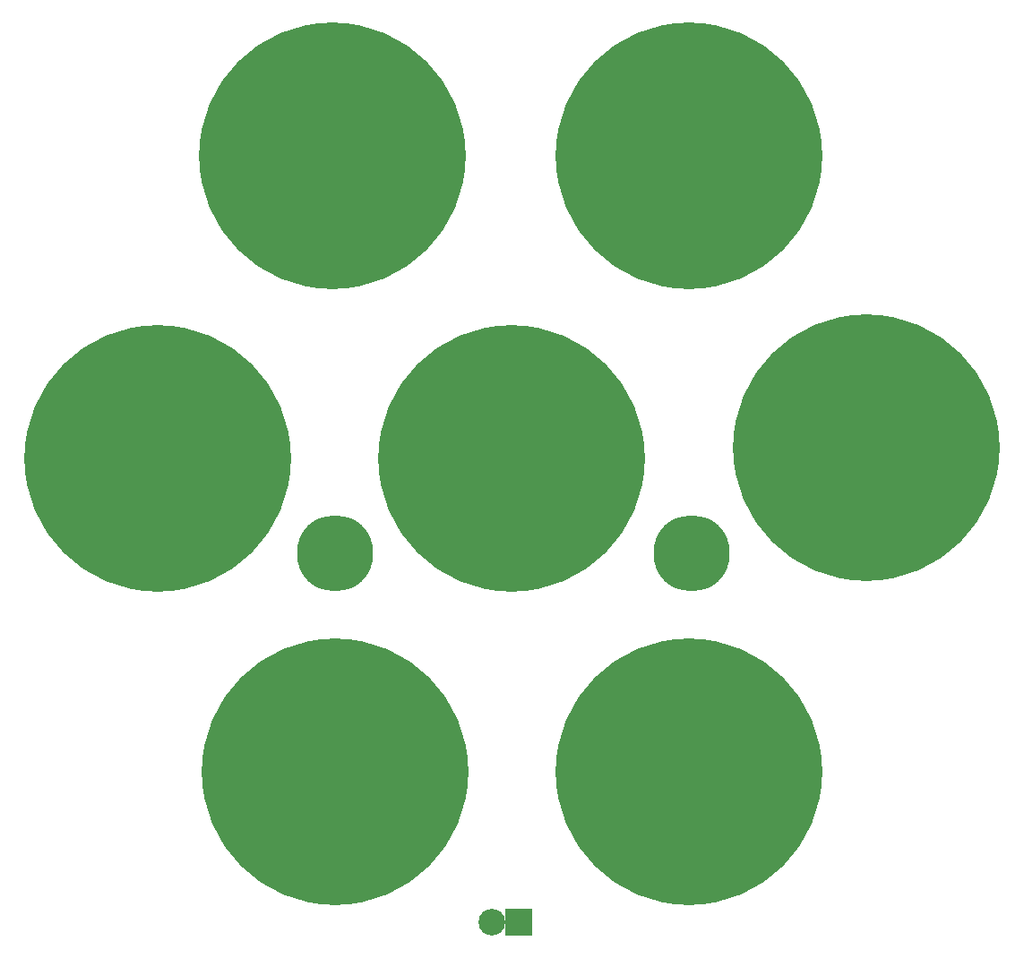
<source format=gbl>
G04 MADE WITH FRITZING*
G04 WWW.FRITZING.ORG*
G04 DOUBLE SIDED*
G04 HOLES PLATED*
G04 CONTOUR ON CENTER OF CONTOUR VECTOR*
%ASAXBY*%
%FSLAX23Y23*%
%MOIN*%
%OFA0B0*%
%SFA1.0B1.0*%
%ADD10C,0.099055*%
%ADD11C,0.283464*%
%ADD12C,0.992127*%
%ADD13R,0.099055X0.099055*%
%LNCOPPER0*%
G90*
G70*
G54D10*
X2036Y201D03*
X1936Y201D03*
G54D11*
X2680Y1572D03*
X1351Y1572D03*
G54D12*
X2670Y3053D03*
X2010Y1927D03*
X692Y1927D03*
X3329Y1966D03*
X1341Y3053D03*
X1351Y761D03*
X2670Y761D03*
G54D13*
X2036Y201D03*
G04 End of Copper0*
M02*
</source>
